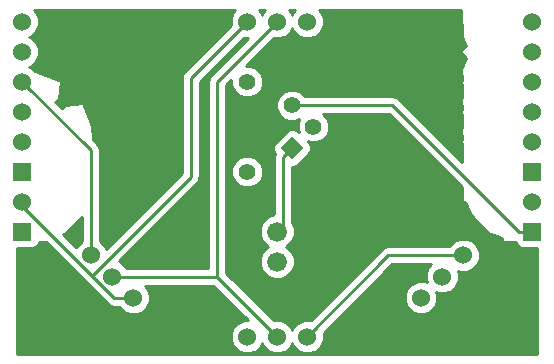
<source format=gbl>
G04 (created by PCBNEW (2011-nov-30)-testing) date Wed 12 Sep 2012 01:04:55 AM CST*
%MOIN*%
G04 Gerber Fmt 3.4, Leading zero omitted, Abs format*
%FSLAX34Y34*%
G01*
G70*
G90*
G04 APERTURE LIST*
%ADD10C,0.006*%
%ADD11C,0.06*%
%ADD12C,0.055*%
%ADD13R,0.06X0.06*%
%ADD14C,0.066*%
%ADD15C,0.01*%
G04 APERTURE END LIST*
G54D10*
G54D11*
X27500Y-28000D03*
X28500Y-28000D03*
X29500Y-28000D03*
X29500Y-17500D03*
X28500Y-17500D03*
X27500Y-17500D03*
X22293Y-25293D03*
X23000Y-26000D03*
X23707Y-26707D03*
X33293Y-26707D03*
X34000Y-26000D03*
X34707Y-25293D03*
G54D10*
G36*
X29000Y-21318D02*
X29389Y-21707D01*
X29000Y-22096D01*
X28611Y-21707D01*
X29000Y-21318D01*
X29000Y-21318D01*
G37*
G54D12*
X29707Y-21000D03*
X29000Y-20293D03*
X27500Y-22500D03*
X27500Y-19500D03*
G54D13*
X20000Y-24500D03*
G54D11*
X20000Y-23500D03*
G54D13*
X37000Y-24500D03*
G54D11*
X37000Y-23500D03*
G54D13*
X20000Y-22500D03*
G54D11*
X20000Y-21500D03*
X20000Y-20500D03*
X20000Y-19500D03*
X20000Y-18500D03*
X20000Y-17500D03*
G54D13*
X37000Y-22500D03*
G54D11*
X37000Y-21500D03*
X37000Y-20500D03*
X37000Y-19500D03*
X37000Y-18500D03*
X37000Y-17500D03*
G54D14*
X28500Y-25500D03*
X28500Y-24500D03*
G54D15*
X32340Y-20293D02*
X29000Y-20293D01*
X36547Y-24500D02*
X32340Y-20293D01*
X37000Y-24500D02*
X36547Y-24500D01*
X28698Y-22010D02*
X28698Y-22009D01*
X28698Y-24302D02*
X28698Y-22010D01*
X28500Y-24500D02*
X28698Y-24302D01*
X29000Y-21707D02*
X28698Y-22009D01*
X32207Y-25293D02*
X29500Y-28000D01*
X34707Y-25293D02*
X32207Y-25293D01*
X20000Y-23640D02*
X22327Y-25967D01*
X20000Y-23500D02*
X20000Y-23640D01*
X23067Y-26707D02*
X23707Y-26707D01*
X22327Y-25967D02*
X23067Y-26707D01*
X25610Y-19390D02*
X27500Y-17500D01*
X25610Y-22684D02*
X25610Y-19390D01*
X22327Y-25967D02*
X25610Y-22684D01*
X22293Y-21793D02*
X22293Y-25293D01*
X20000Y-19500D02*
X22293Y-21793D01*
X26500Y-19500D02*
X26500Y-26000D01*
X28500Y-17500D02*
X26500Y-19500D01*
X23000Y-26000D02*
X26500Y-26000D01*
X26500Y-26000D02*
X28500Y-28000D01*
G54D10*
G36*
X21993Y-24822D02*
X21982Y-24827D01*
X21828Y-24981D01*
X21809Y-25025D01*
X21362Y-24578D01*
X21462Y-24537D01*
X21993Y-24006D01*
X21993Y-24822D01*
X21993Y-24822D01*
G37*
G54D15*
X21993Y-24822D02*
X21982Y-24827D01*
X21828Y-24981D01*
X21809Y-25025D01*
X21362Y-24578D01*
X21462Y-24537D01*
X21993Y-24006D01*
X21993Y-24822D01*
G54D10*
G36*
X27098Y-17125D02*
X27035Y-17188D01*
X26951Y-17390D01*
X26951Y-17609D01*
X26955Y-17619D01*
X25398Y-19178D01*
X25333Y-19275D01*
X25310Y-19390D01*
X25310Y-22559D01*
X22796Y-25073D01*
X22759Y-24982D01*
X22605Y-24828D01*
X22593Y-24823D01*
X22593Y-21793D01*
X22592Y-21792D01*
X22570Y-21678D01*
X22505Y-21581D01*
X22505Y-21580D01*
X22348Y-21423D01*
X22338Y-20978D01*
X22022Y-20216D01*
X21434Y-20278D01*
X21318Y-20393D01*
X21106Y-20181D01*
X21222Y-20066D01*
X21284Y-19478D01*
X20420Y-19143D01*
X20312Y-19035D01*
X20228Y-19000D01*
X20311Y-18966D01*
X20465Y-18812D01*
X20549Y-18610D01*
X20549Y-18391D01*
X20466Y-18189D01*
X20312Y-18035D01*
X20228Y-18000D01*
X20311Y-17966D01*
X20465Y-17812D01*
X20549Y-17610D01*
X20549Y-17391D01*
X20466Y-17189D01*
X20402Y-17125D01*
X27098Y-17125D01*
X27098Y-17125D01*
G37*
G54D15*
X27098Y-17125D02*
X27035Y-17188D01*
X26951Y-17390D01*
X26951Y-17609D01*
X26955Y-17619D01*
X25398Y-19178D01*
X25333Y-19275D01*
X25310Y-19390D01*
X25310Y-22559D01*
X22796Y-25073D01*
X22759Y-24982D01*
X22605Y-24828D01*
X22593Y-24823D01*
X22593Y-21793D01*
X22592Y-21792D01*
X22570Y-21678D01*
X22505Y-21581D01*
X22505Y-21580D01*
X22348Y-21423D01*
X22338Y-20978D01*
X22022Y-20216D01*
X21434Y-20278D01*
X21318Y-20393D01*
X21106Y-20181D01*
X21222Y-20066D01*
X21284Y-19478D01*
X20420Y-19143D01*
X20312Y-19035D01*
X20228Y-19000D01*
X20311Y-18966D01*
X20465Y-18812D01*
X20549Y-18610D01*
X20549Y-18391D01*
X20466Y-18189D01*
X20312Y-18035D01*
X20228Y-18000D01*
X20311Y-17966D01*
X20465Y-17812D01*
X20549Y-17610D01*
X20549Y-17391D01*
X20466Y-17189D01*
X20402Y-17125D01*
X27098Y-17125D01*
G54D10*
G36*
X27527Y-18049D02*
X26288Y-19288D01*
X26223Y-19385D01*
X26200Y-19500D01*
X26200Y-25700D01*
X23470Y-25700D01*
X23466Y-25689D01*
X23312Y-25535D01*
X23221Y-25497D01*
X25822Y-22897D01*
X25822Y-22896D01*
X25887Y-22799D01*
X25909Y-22685D01*
X25910Y-22684D01*
X25910Y-19514D01*
X27379Y-18044D01*
X27390Y-18049D01*
X27527Y-18049D01*
X27527Y-18049D01*
G37*
G54D15*
X27527Y-18049D02*
X26288Y-19288D01*
X26223Y-19385D01*
X26200Y-19500D01*
X26200Y-25700D01*
X23470Y-25700D01*
X23466Y-25689D01*
X23312Y-25535D01*
X23221Y-25497D01*
X25822Y-22897D01*
X25822Y-22896D01*
X25887Y-22799D01*
X25909Y-22685D01*
X25910Y-22684D01*
X25910Y-19514D01*
X27379Y-18044D01*
X27390Y-18049D01*
X27527Y-18049D01*
G54D10*
G36*
X28098Y-17125D02*
X28035Y-17188D01*
X28000Y-17271D01*
X27966Y-17189D01*
X27902Y-17125D01*
X28098Y-17125D01*
X28098Y-17125D01*
G37*
G54D15*
X28098Y-17125D02*
X28035Y-17188D01*
X28000Y-17271D01*
X27966Y-17189D01*
X27902Y-17125D01*
X28098Y-17125D01*
G54D10*
G36*
X29098Y-17125D02*
X29035Y-17188D01*
X29000Y-17271D01*
X28966Y-17189D01*
X28902Y-17125D01*
X29098Y-17125D01*
X29098Y-17125D01*
G37*
G54D15*
X29098Y-17125D02*
X29035Y-17188D01*
X29000Y-17271D01*
X28966Y-17189D01*
X28902Y-17125D01*
X29098Y-17125D01*
G54D10*
G36*
X37175Y-28575D02*
X19825Y-28575D01*
X19825Y-25049D01*
X20349Y-25049D01*
X20441Y-25011D01*
X20511Y-24941D01*
X20549Y-24850D01*
X20785Y-24850D01*
X22114Y-26179D01*
X22115Y-26179D01*
X22116Y-26180D01*
X22855Y-26919D01*
X22952Y-26984D01*
X23067Y-27007D01*
X23236Y-27007D01*
X23241Y-27018D01*
X23395Y-27172D01*
X23597Y-27256D01*
X23816Y-27256D01*
X24018Y-27173D01*
X24172Y-27019D01*
X24256Y-26817D01*
X24256Y-26598D01*
X24173Y-26396D01*
X24077Y-26300D01*
X26376Y-26300D01*
X27527Y-27451D01*
X27391Y-27451D01*
X27189Y-27534D01*
X27035Y-27688D01*
X26951Y-27890D01*
X26951Y-28109D01*
X27034Y-28311D01*
X27188Y-28465D01*
X27390Y-28549D01*
X27609Y-28549D01*
X27811Y-28466D01*
X27965Y-28312D01*
X27999Y-28228D01*
X28034Y-28311D01*
X28188Y-28465D01*
X28390Y-28549D01*
X28609Y-28549D01*
X28811Y-28466D01*
X28965Y-28312D01*
X28999Y-28228D01*
X29034Y-28311D01*
X29188Y-28465D01*
X29390Y-28549D01*
X29609Y-28549D01*
X29811Y-28466D01*
X29965Y-28312D01*
X30049Y-28110D01*
X30049Y-27891D01*
X30044Y-27879D01*
X32331Y-25593D01*
X33630Y-25593D01*
X33535Y-25688D01*
X33451Y-25890D01*
X33451Y-26109D01*
X33485Y-26192D01*
X33403Y-26158D01*
X33184Y-26158D01*
X32982Y-26241D01*
X32828Y-26395D01*
X32744Y-26597D01*
X32744Y-26816D01*
X32827Y-27018D01*
X32981Y-27172D01*
X33183Y-27256D01*
X33402Y-27256D01*
X33604Y-27173D01*
X33758Y-27019D01*
X33842Y-26817D01*
X33842Y-26598D01*
X33807Y-26514D01*
X33890Y-26549D01*
X34109Y-26549D01*
X34311Y-26466D01*
X34465Y-26312D01*
X34549Y-26110D01*
X34549Y-25891D01*
X34514Y-25807D01*
X34597Y-25842D01*
X34816Y-25842D01*
X35018Y-25759D01*
X35172Y-25605D01*
X35256Y-25403D01*
X35256Y-25184D01*
X35173Y-24982D01*
X35019Y-24828D01*
X34817Y-24744D01*
X34598Y-24744D01*
X34396Y-24827D01*
X34242Y-24981D01*
X34237Y-24993D01*
X32207Y-24993D01*
X32092Y-25016D01*
X31995Y-25081D01*
X29620Y-27455D01*
X29610Y-27451D01*
X29391Y-27451D01*
X29189Y-27534D01*
X29035Y-27688D01*
X29000Y-27771D01*
X28966Y-27689D01*
X28812Y-27535D01*
X28610Y-27451D01*
X28391Y-27451D01*
X28379Y-27455D01*
X26800Y-25876D01*
X26800Y-19624D01*
X26975Y-19449D01*
X26975Y-19604D01*
X27055Y-19797D01*
X27202Y-19945D01*
X27395Y-20025D01*
X27604Y-20025D01*
X27797Y-19945D01*
X27945Y-19798D01*
X28025Y-19605D01*
X28025Y-19396D01*
X27945Y-19203D01*
X27798Y-19055D01*
X27605Y-18975D01*
X27449Y-18975D01*
X28379Y-18044D01*
X28390Y-18049D01*
X28609Y-18049D01*
X28811Y-17966D01*
X28965Y-17812D01*
X28999Y-17728D01*
X29034Y-17811D01*
X29188Y-17965D01*
X29390Y-18049D01*
X29609Y-18049D01*
X29811Y-17966D01*
X29965Y-17812D01*
X30049Y-17610D01*
X30049Y-17391D01*
X29966Y-17189D01*
X29902Y-17125D01*
X34640Y-17125D01*
X34662Y-18022D01*
X34779Y-18305D01*
X34599Y-18486D01*
X34613Y-18500D01*
X34599Y-18514D01*
X34788Y-18703D01*
X34640Y-19088D01*
X34648Y-19464D01*
X34599Y-19514D01*
X34651Y-19566D01*
X34662Y-20022D01*
X34663Y-20026D01*
X34640Y-20088D01*
X34648Y-20436D01*
X34599Y-20486D01*
X34613Y-20500D01*
X34599Y-20514D01*
X34651Y-20566D01*
X34662Y-21022D01*
X34663Y-21026D01*
X34640Y-21088D01*
X34648Y-21436D01*
X34599Y-21486D01*
X34650Y-21537D01*
X34650Y-21794D01*
X34650Y-21838D01*
X34650Y-22178D01*
X32552Y-20081D01*
X32455Y-20016D01*
X32340Y-19993D01*
X29442Y-19993D01*
X29298Y-19848D01*
X29105Y-19768D01*
X28896Y-19768D01*
X28703Y-19848D01*
X28555Y-19995D01*
X28475Y-20188D01*
X28475Y-20397D01*
X28555Y-20590D01*
X28702Y-20738D01*
X28895Y-20818D01*
X29104Y-20818D01*
X29236Y-20762D01*
X29182Y-20895D01*
X29182Y-21104D01*
X29213Y-21179D01*
X29141Y-21107D01*
X29049Y-21069D01*
X28951Y-21069D01*
X28859Y-21107D01*
X28789Y-21177D01*
X28400Y-21566D01*
X28362Y-21658D01*
X28362Y-21756D01*
X28400Y-21848D01*
X28431Y-21879D01*
X28421Y-21894D01*
X28398Y-22009D01*
X28398Y-22010D01*
X28398Y-23920D01*
X28385Y-23920D01*
X28172Y-24008D01*
X28025Y-24155D01*
X28025Y-22605D01*
X28025Y-22396D01*
X27945Y-22203D01*
X27798Y-22055D01*
X27605Y-21975D01*
X27396Y-21975D01*
X27203Y-22055D01*
X27055Y-22202D01*
X26975Y-22395D01*
X26975Y-22604D01*
X27055Y-22797D01*
X27202Y-22945D01*
X27395Y-23025D01*
X27604Y-23025D01*
X27797Y-22945D01*
X27945Y-22798D01*
X28025Y-22605D01*
X28025Y-24155D01*
X28009Y-24171D01*
X27920Y-24384D01*
X27920Y-24615D01*
X28008Y-24828D01*
X28171Y-24991D01*
X28191Y-24999D01*
X28172Y-25008D01*
X28009Y-25171D01*
X27920Y-25384D01*
X27920Y-25615D01*
X28008Y-25828D01*
X28171Y-25991D01*
X28384Y-26080D01*
X28615Y-26080D01*
X28828Y-25992D01*
X28991Y-25829D01*
X29080Y-25616D01*
X29080Y-25385D01*
X28992Y-25172D01*
X28829Y-25009D01*
X28808Y-25000D01*
X28828Y-24992D01*
X28991Y-24829D01*
X29080Y-24616D01*
X29080Y-24385D01*
X28998Y-24186D01*
X28998Y-22345D01*
X29049Y-22345D01*
X29141Y-22307D01*
X29211Y-22237D01*
X29600Y-21848D01*
X29638Y-21756D01*
X29638Y-21658D01*
X29600Y-21566D01*
X29530Y-21496D01*
X29528Y-21494D01*
X29602Y-21525D01*
X29811Y-21525D01*
X30004Y-21445D01*
X30152Y-21298D01*
X30232Y-21105D01*
X30232Y-20896D01*
X30152Y-20703D01*
X30042Y-20593D01*
X32215Y-20593D01*
X34650Y-23027D01*
X34650Y-23162D01*
X34650Y-23206D01*
X34650Y-23500D01*
X34771Y-23500D01*
X34961Y-23960D01*
X35538Y-24537D01*
X36000Y-24728D01*
X36000Y-24850D01*
X36451Y-24850D01*
X36489Y-24941D01*
X36559Y-25011D01*
X36650Y-25049D01*
X36749Y-25049D01*
X37175Y-25049D01*
X37175Y-28575D01*
X37175Y-28575D01*
G37*
G54D15*
X37175Y-28575D02*
X19825Y-28575D01*
X19825Y-25049D01*
X20349Y-25049D01*
X20441Y-25011D01*
X20511Y-24941D01*
X20549Y-24850D01*
X20785Y-24850D01*
X22114Y-26179D01*
X22115Y-26179D01*
X22116Y-26180D01*
X22855Y-26919D01*
X22952Y-26984D01*
X23067Y-27007D01*
X23236Y-27007D01*
X23241Y-27018D01*
X23395Y-27172D01*
X23597Y-27256D01*
X23816Y-27256D01*
X24018Y-27173D01*
X24172Y-27019D01*
X24256Y-26817D01*
X24256Y-26598D01*
X24173Y-26396D01*
X24077Y-26300D01*
X26376Y-26300D01*
X27527Y-27451D01*
X27391Y-27451D01*
X27189Y-27534D01*
X27035Y-27688D01*
X26951Y-27890D01*
X26951Y-28109D01*
X27034Y-28311D01*
X27188Y-28465D01*
X27390Y-28549D01*
X27609Y-28549D01*
X27811Y-28466D01*
X27965Y-28312D01*
X27999Y-28228D01*
X28034Y-28311D01*
X28188Y-28465D01*
X28390Y-28549D01*
X28609Y-28549D01*
X28811Y-28466D01*
X28965Y-28312D01*
X28999Y-28228D01*
X29034Y-28311D01*
X29188Y-28465D01*
X29390Y-28549D01*
X29609Y-28549D01*
X29811Y-28466D01*
X29965Y-28312D01*
X30049Y-28110D01*
X30049Y-27891D01*
X30044Y-27879D01*
X32331Y-25593D01*
X33630Y-25593D01*
X33535Y-25688D01*
X33451Y-25890D01*
X33451Y-26109D01*
X33485Y-26192D01*
X33403Y-26158D01*
X33184Y-26158D01*
X32982Y-26241D01*
X32828Y-26395D01*
X32744Y-26597D01*
X32744Y-26816D01*
X32827Y-27018D01*
X32981Y-27172D01*
X33183Y-27256D01*
X33402Y-27256D01*
X33604Y-27173D01*
X33758Y-27019D01*
X33842Y-26817D01*
X33842Y-26598D01*
X33807Y-26514D01*
X33890Y-26549D01*
X34109Y-26549D01*
X34311Y-26466D01*
X34465Y-26312D01*
X34549Y-26110D01*
X34549Y-25891D01*
X34514Y-25807D01*
X34597Y-25842D01*
X34816Y-25842D01*
X35018Y-25759D01*
X35172Y-25605D01*
X35256Y-25403D01*
X35256Y-25184D01*
X35173Y-24982D01*
X35019Y-24828D01*
X34817Y-24744D01*
X34598Y-24744D01*
X34396Y-24827D01*
X34242Y-24981D01*
X34237Y-24993D01*
X32207Y-24993D01*
X32092Y-25016D01*
X31995Y-25081D01*
X29620Y-27455D01*
X29610Y-27451D01*
X29391Y-27451D01*
X29189Y-27534D01*
X29035Y-27688D01*
X29000Y-27771D01*
X28966Y-27689D01*
X28812Y-27535D01*
X28610Y-27451D01*
X28391Y-27451D01*
X28379Y-27455D01*
X26800Y-25876D01*
X26800Y-19624D01*
X26975Y-19449D01*
X26975Y-19604D01*
X27055Y-19797D01*
X27202Y-19945D01*
X27395Y-20025D01*
X27604Y-20025D01*
X27797Y-19945D01*
X27945Y-19798D01*
X28025Y-19605D01*
X28025Y-19396D01*
X27945Y-19203D01*
X27798Y-19055D01*
X27605Y-18975D01*
X27449Y-18975D01*
X28379Y-18044D01*
X28390Y-18049D01*
X28609Y-18049D01*
X28811Y-17966D01*
X28965Y-17812D01*
X28999Y-17728D01*
X29034Y-17811D01*
X29188Y-17965D01*
X29390Y-18049D01*
X29609Y-18049D01*
X29811Y-17966D01*
X29965Y-17812D01*
X30049Y-17610D01*
X30049Y-17391D01*
X29966Y-17189D01*
X29902Y-17125D01*
X34640Y-17125D01*
X34662Y-18022D01*
X34779Y-18305D01*
X34599Y-18486D01*
X34613Y-18500D01*
X34599Y-18514D01*
X34788Y-18703D01*
X34640Y-19088D01*
X34648Y-19464D01*
X34599Y-19514D01*
X34651Y-19566D01*
X34662Y-20022D01*
X34663Y-20026D01*
X34640Y-20088D01*
X34648Y-20436D01*
X34599Y-20486D01*
X34613Y-20500D01*
X34599Y-20514D01*
X34651Y-20566D01*
X34662Y-21022D01*
X34663Y-21026D01*
X34640Y-21088D01*
X34648Y-21436D01*
X34599Y-21486D01*
X34650Y-21537D01*
X34650Y-21794D01*
X34650Y-21838D01*
X34650Y-22178D01*
X32552Y-20081D01*
X32455Y-20016D01*
X32340Y-19993D01*
X29442Y-19993D01*
X29298Y-19848D01*
X29105Y-19768D01*
X28896Y-19768D01*
X28703Y-19848D01*
X28555Y-19995D01*
X28475Y-20188D01*
X28475Y-20397D01*
X28555Y-20590D01*
X28702Y-20738D01*
X28895Y-20818D01*
X29104Y-20818D01*
X29236Y-20762D01*
X29182Y-20895D01*
X29182Y-21104D01*
X29213Y-21179D01*
X29141Y-21107D01*
X29049Y-21069D01*
X28951Y-21069D01*
X28859Y-21107D01*
X28789Y-21177D01*
X28400Y-21566D01*
X28362Y-21658D01*
X28362Y-21756D01*
X28400Y-21848D01*
X28431Y-21879D01*
X28421Y-21894D01*
X28398Y-22009D01*
X28398Y-22010D01*
X28398Y-23920D01*
X28385Y-23920D01*
X28172Y-24008D01*
X28025Y-24155D01*
X28025Y-22605D01*
X28025Y-22396D01*
X27945Y-22203D01*
X27798Y-22055D01*
X27605Y-21975D01*
X27396Y-21975D01*
X27203Y-22055D01*
X27055Y-22202D01*
X26975Y-22395D01*
X26975Y-22604D01*
X27055Y-22797D01*
X27202Y-22945D01*
X27395Y-23025D01*
X27604Y-23025D01*
X27797Y-22945D01*
X27945Y-22798D01*
X28025Y-22605D01*
X28025Y-24155D01*
X28009Y-24171D01*
X27920Y-24384D01*
X27920Y-24615D01*
X28008Y-24828D01*
X28171Y-24991D01*
X28191Y-24999D01*
X28172Y-25008D01*
X28009Y-25171D01*
X27920Y-25384D01*
X27920Y-25615D01*
X28008Y-25828D01*
X28171Y-25991D01*
X28384Y-26080D01*
X28615Y-26080D01*
X28828Y-25992D01*
X28991Y-25829D01*
X29080Y-25616D01*
X29080Y-25385D01*
X28992Y-25172D01*
X28829Y-25009D01*
X28808Y-25000D01*
X28828Y-24992D01*
X28991Y-24829D01*
X29080Y-24616D01*
X29080Y-24385D01*
X28998Y-24186D01*
X28998Y-22345D01*
X29049Y-22345D01*
X29141Y-22307D01*
X29211Y-22237D01*
X29600Y-21848D01*
X29638Y-21756D01*
X29638Y-21658D01*
X29600Y-21566D01*
X29530Y-21496D01*
X29528Y-21494D01*
X29602Y-21525D01*
X29811Y-21525D01*
X30004Y-21445D01*
X30152Y-21298D01*
X30232Y-21105D01*
X30232Y-20896D01*
X30152Y-20703D01*
X30042Y-20593D01*
X32215Y-20593D01*
X34650Y-23027D01*
X34650Y-23162D01*
X34650Y-23206D01*
X34650Y-23500D01*
X34771Y-23500D01*
X34961Y-23960D01*
X35538Y-24537D01*
X36000Y-24728D01*
X36000Y-24850D01*
X36451Y-24850D01*
X36489Y-24941D01*
X36559Y-25011D01*
X36650Y-25049D01*
X36749Y-25049D01*
X37175Y-25049D01*
X37175Y-28575D01*
M02*

</source>
